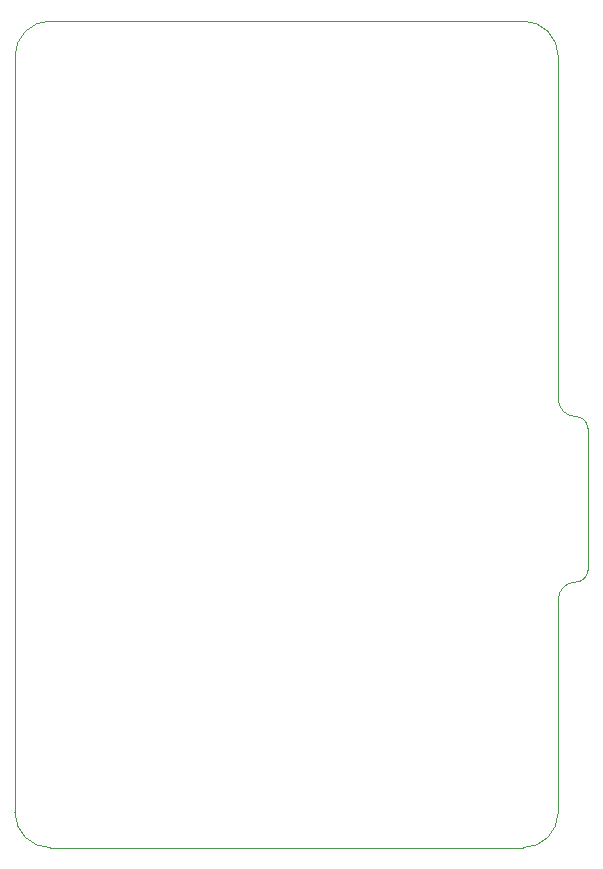
<source format=gm1>
G04 #@! TF.GenerationSoftware,KiCad,Pcbnew,7.0.8*
G04 #@! TF.CreationDate,2024-02-28T21:31:28+09:00*
G04 #@! TF.ProjectId,KT0913_Digital_Radio_1.2w,4b543039-3133-45f4-9469-676974616c5f,rev?*
G04 #@! TF.SameCoordinates,Original*
G04 #@! TF.FileFunction,Profile,NP*
%FSLAX46Y46*%
G04 Gerber Fmt 4.6, Leading zero omitted, Abs format (unit mm)*
G04 Created by KiCad (PCBNEW 7.0.8) date 2024-02-28 21:31:28*
%MOMM*%
%LPD*%
G01*
G04 APERTURE LIST*
G04 #@! TA.AperFunction,Profile*
%ADD10C,0.100000*%
G04 #@! TD*
G04 APERTURE END LIST*
D10*
X146000000Y-82000000D02*
G75*
G03*
X147500000Y-83500000I1500000J0D01*
G01*
X103000000Y-120000000D02*
X143000000Y-120000000D01*
X147500000Y-97500000D02*
G75*
G03*
X148500000Y-96500000I0J1000000D01*
G01*
X146000000Y-53000000D02*
X146000000Y-82000000D01*
X103000000Y-50000000D02*
X143000000Y-50000000D01*
X148500000Y-84500000D02*
G75*
G03*
X147500000Y-83500000I-1000000J0D01*
G01*
X146000000Y-99000000D02*
X146000000Y-117000000D01*
X103000000Y-50000000D02*
G75*
G03*
X100000000Y-53000000I0J-3000000D01*
G01*
X146000000Y-53000000D02*
G75*
G03*
X143000000Y-50000000I-3000000J0D01*
G01*
X100000000Y-117000000D02*
G75*
G03*
X103000000Y-120000000I3000000J0D01*
G01*
X100000000Y-53000000D02*
X100000000Y-117000000D01*
X143000000Y-120000000D02*
G75*
G03*
X146000000Y-117000000I0J3000000D01*
G01*
X148500000Y-84500000D02*
X148500000Y-96500000D01*
X147500000Y-97500000D02*
G75*
G03*
X146000000Y-99000000I0J-1500000D01*
G01*
M02*

</source>
